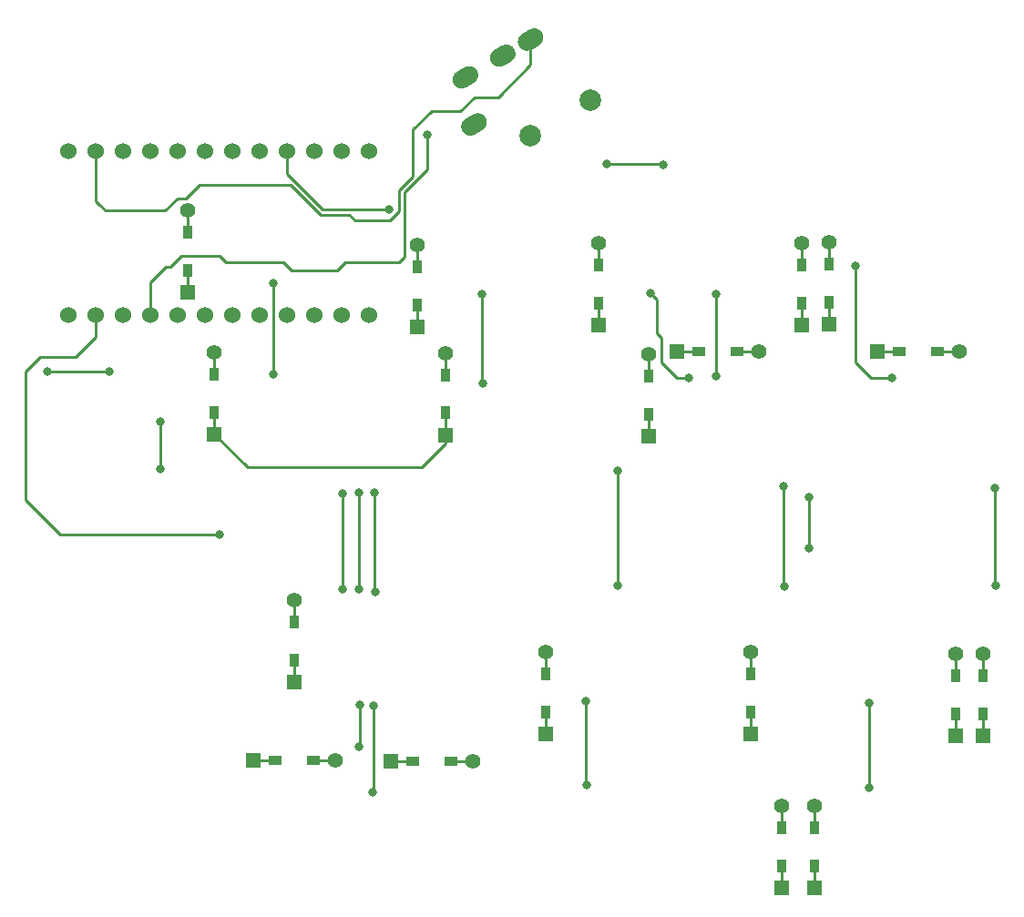
<source format=gbr>
G04 #@! TF.GenerationSoftware,KiCad,Pcbnew,(5.1.6-0-10_14)*
G04 #@! TF.CreationDate,2022-05-29T14:17:38+09:00*
G04 #@! TF.ProjectId,cool936,636f6f6c-3933-4362-9e6b-696361645f70,rev?*
G04 #@! TF.SameCoordinates,Original*
G04 #@! TF.FileFunction,Copper,L1,Top*
G04 #@! TF.FilePolarity,Positive*
%FSLAX46Y46*%
G04 Gerber Fmt 4.6, Leading zero omitted, Abs format (unit mm)*
G04 Created by KiCad (PCBNEW (5.1.6-0-10_14)) date 2022-05-29 14:17:38*
%MOMM*%
%LPD*%
G01*
G04 APERTURE LIST*
G04 #@! TA.AperFunction,SMDPad,CuDef*
%ADD10R,0.950000X1.300000*%
G04 #@! TD*
G04 #@! TA.AperFunction,ComponentPad*
%ADD11C,1.397000*%
G04 #@! TD*
G04 #@! TA.AperFunction,ComponentPad*
%ADD12R,1.397000X1.397000*%
G04 #@! TD*
G04 #@! TA.AperFunction,ComponentPad*
%ADD13C,1.524000*%
G04 #@! TD*
G04 #@! TA.AperFunction,SMDPad,CuDef*
%ADD14R,1.300000X0.950000*%
G04 #@! TD*
G04 #@! TA.AperFunction,ComponentPad*
%ADD15C,2.000000*%
G04 #@! TD*
G04 #@! TA.AperFunction,ViaPad*
%ADD16C,0.800000*%
G04 #@! TD*
G04 #@! TA.AperFunction,Conductor*
%ADD17C,0.250000*%
G04 #@! TD*
G04 APERTURE END LIST*
D10*
X70160000Y-40605000D03*
D11*
X70160000Y-38570000D03*
D12*
X70160000Y-46190000D03*
D10*
X70160000Y-44155000D03*
X58200000Y-2735000D03*
D11*
X58200000Y-700000D03*
D12*
X58200000Y-8320000D03*
D10*
X58200000Y-6285000D03*
D13*
X25772000Y7991400D03*
X28312000Y7991400D03*
X30852000Y7991400D03*
X33392000Y7991400D03*
X35932000Y7991400D03*
X38472000Y7991400D03*
X41012000Y7991400D03*
X43552000Y7991400D03*
X46092000Y7991400D03*
X48632000Y7991400D03*
X51172000Y7991400D03*
X53712000Y7991400D03*
X53712000Y-7228600D03*
X51172000Y-7228600D03*
X48632000Y-7228600D03*
X46092000Y-7228600D03*
X43552000Y-7228600D03*
X41012000Y-7228600D03*
X38472000Y-7228600D03*
X35932000Y-7228600D03*
X33392000Y-7228600D03*
X30852000Y-7228600D03*
X28312000Y-7228600D03*
X25772000Y-7228600D03*
G04 #@! TA.AperFunction,ComponentPad*
G36*
G01*
X69513526Y17822531D02*
X68820706Y17422531D01*
G75*
G02*
X67659584Y17733653I-425000J736122D01*
G01*
X67659584Y17733653D01*
G75*
G02*
X67970706Y18894775I736122J425000D01*
G01*
X68663526Y19294775D01*
G75*
G02*
X69824648Y18983653I425000J-736122D01*
G01*
X69824648Y18983653D01*
G75*
G02*
X69513526Y17822531I-736122J-425000D01*
G01*
G37*
G04 #@! TD.AperFunction*
G04 #@! TA.AperFunction,ComponentPad*
G36*
G01*
X66915450Y16322531D02*
X66222630Y15922531D01*
G75*
G02*
X65061508Y16233653I-425000J736122D01*
G01*
X65061508Y16233653D01*
G75*
G02*
X65372630Y17394775I736122J425000D01*
G01*
X66065450Y17794775D01*
G75*
G02*
X67226572Y17483653I425000J-736122D01*
G01*
X67226572Y17483653D01*
G75*
G02*
X66915450Y16322531I-736122J-425000D01*
G01*
G37*
G04 #@! TD.AperFunction*
G04 #@! TA.AperFunction,ComponentPad*
G36*
G01*
X63451348Y14322531D02*
X62758528Y13922531D01*
G75*
G02*
X61597406Y14233653I-425000J736122D01*
G01*
X61597406Y14233653D01*
G75*
G02*
X61908528Y15394775I736122J425000D01*
G01*
X62601348Y15794775D01*
G75*
G02*
X63762470Y15483653I425000J-736122D01*
G01*
X63762470Y15483653D01*
G75*
G02*
X63451348Y14322531I-736122J-425000D01*
G01*
G37*
G04 #@! TD.AperFunction*
G04 #@! TA.AperFunction,ComponentPad*
G36*
G01*
X64252310Y9935225D02*
X63559490Y9535225D01*
G75*
G02*
X62398368Y9846347I-425000J736122D01*
G01*
X62398368Y9846347D01*
G75*
G02*
X62709490Y11007469I736122J425000D01*
G01*
X63402310Y11407469D01*
G75*
G02*
X64563432Y11096347I425000J-736122D01*
G01*
X64563432Y11096347D01*
G75*
G02*
X64252310Y9935225I-736122J-425000D01*
G01*
G37*
G04 #@! TD.AperFunction*
D10*
X36880000Y435000D03*
D11*
X36880000Y2470000D03*
D12*
X36880000Y-5150000D03*
D10*
X36880000Y-3115000D03*
X79720000Y-12955000D03*
D11*
X79720000Y-10920000D03*
D12*
X79720000Y-18540000D03*
D10*
X79720000Y-16505000D03*
D14*
X61305000Y-48730000D03*
D11*
X63340000Y-48730000D03*
D12*
X55720000Y-48730000D03*
D14*
X57755000Y-48730000D03*
D10*
X96480000Y-2535000D03*
D11*
X96480000Y-500000D03*
D12*
X96480000Y-8120000D03*
D10*
X96480000Y-6085000D03*
X75040000Y-2595000D03*
D11*
X75040000Y-560000D03*
D12*
X75040000Y-8180000D03*
D10*
X75040000Y-6145000D03*
D14*
X102965000Y-10620000D03*
D12*
X100930000Y-10620000D03*
D11*
X108550000Y-10620000D03*
D14*
X106515000Y-10620000D03*
D10*
X46790000Y-35765000D03*
D11*
X46790000Y-33730000D03*
D12*
X46790000Y-41350000D03*
D10*
X46790000Y-39315000D03*
X95100000Y-54905000D03*
D11*
X95100000Y-52870000D03*
D12*
X95100000Y-60490000D03*
D10*
X95100000Y-58455000D03*
X92090000Y-54905000D03*
D11*
X92090000Y-52870000D03*
D12*
X92090000Y-60490000D03*
D10*
X92090000Y-58455000D03*
X89230000Y-40645000D03*
D11*
X89230000Y-38610000D03*
D12*
X89230000Y-46230000D03*
D10*
X89230000Y-44195000D03*
X108220000Y-40795000D03*
D11*
X108220000Y-38760000D03*
D12*
X108220000Y-46380000D03*
D10*
X108220000Y-44345000D03*
X110750000Y-44375000D03*
D12*
X110750000Y-46410000D03*
D11*
X110750000Y-38790000D03*
D10*
X110750000Y-40825000D03*
D14*
X87925000Y-10620000D03*
D11*
X89960000Y-10620000D03*
D12*
X82340000Y-10620000D03*
D14*
X84375000Y-10620000D03*
D10*
X93900000Y-2625000D03*
D11*
X93900000Y-590000D03*
D12*
X93900000Y-8210000D03*
D10*
X93900000Y-6175000D03*
D14*
X48555000Y-48660000D03*
D11*
X50590000Y-48660000D03*
D12*
X42970000Y-48660000D03*
D14*
X45005000Y-48660000D03*
D10*
X39350000Y-12745000D03*
D11*
X39350000Y-10710000D03*
D12*
X39350000Y-18330000D03*
D10*
X39350000Y-16295000D03*
D15*
X74324583Y12685000D03*
X68695417Y9435000D03*
D10*
X60810000Y-12805000D03*
D11*
X60810000Y-10770000D03*
D12*
X60810000Y-18390000D03*
D10*
X60810000Y-16355000D03*
D16*
X51270000Y-32720000D03*
X51230000Y-23860000D03*
X52790000Y-32720000D03*
X52870000Y-43480000D03*
X52820000Y-47370000D03*
X52790000Y-23800000D03*
X85960000Y-12940000D03*
X85960000Y-5340000D03*
X39810000Y-27680000D03*
X94640000Y-28970000D03*
X94640000Y-24170000D03*
X34320000Y-17200000D03*
X34320000Y-21550000D03*
X59140000Y9550000D03*
X23871000Y-12529000D03*
X29600000Y-12530000D03*
X44840000Y-12780000D03*
X54070000Y-51600000D03*
X54130000Y-43540000D03*
X54220000Y-23800000D03*
X54270000Y-32970000D03*
X44790000Y-4250000D03*
X55590000Y2540000D03*
X73960000Y-50910000D03*
X73900000Y-43150000D03*
X76800000Y-21700000D03*
X76870000Y-32410000D03*
X64290000Y-13600000D03*
X64220000Y-5290000D03*
X92240000Y-23210000D03*
X92300000Y-32490000D03*
X100240000Y-43320000D03*
X79900000Y-5250000D03*
X83420000Y-13130000D03*
X100240000Y-51190000D03*
X98950000Y-2670000D03*
X111940000Y-32410000D03*
X102290000Y-13110000D03*
X111920000Y-23310000D03*
X75850000Y6760000D03*
X81040000Y6730000D03*
D17*
X36880000Y2230000D02*
X36880000Y195000D01*
X36880000Y2470000D02*
X36880000Y435000D01*
X58200000Y-700000D02*
X58200000Y-2735000D01*
X75040000Y-560000D02*
X75040000Y-2595000D01*
X93900000Y-590000D02*
X93900000Y-2625000D01*
X96480000Y-500000D02*
X96480000Y-2535000D01*
X60810000Y-10770000D02*
X60810000Y-12805000D01*
X79720000Y-10920000D02*
X79720000Y-12955000D01*
X89960000Y-10620000D02*
X87925000Y-10620000D01*
X106515000Y-10620000D02*
X108550000Y-10620000D01*
X70160000Y-38570000D02*
X70160000Y-40605000D01*
X89230000Y-38610000D02*
X89230000Y-40645000D01*
X108220000Y-38760000D02*
X108220000Y-40795000D01*
X110750000Y-40825000D02*
X110750000Y-38790000D01*
X50590000Y-48660000D02*
X48555000Y-48660000D01*
X61305000Y-48730000D02*
X63340000Y-48730000D01*
X92090000Y-54905000D02*
X92090000Y-52870000D01*
X39350000Y-10710000D02*
X39350000Y-12745000D01*
X46790000Y-33730000D02*
X46790000Y-35765000D01*
X95100000Y-52870000D02*
X95100000Y-54905000D01*
X75040000Y-6145000D02*
X75040000Y-8180000D01*
X36880000Y-5150000D02*
X36880000Y-3115000D01*
X58200000Y-6285000D02*
X58200000Y-8320000D01*
X36880000Y-3355000D02*
X36880000Y-5390000D01*
X96480000Y-6085000D02*
X96480000Y-8120000D01*
X93900000Y-6175000D02*
X93900000Y-8210000D01*
X60810000Y-16355000D02*
X60810000Y-18390000D01*
X39350000Y-18330000D02*
X42445001Y-21425001D01*
X60810000Y-19230000D02*
X60810000Y-18390000D01*
X39350000Y-16295000D02*
X39350000Y-18330000D01*
X42445001Y-21425001D02*
X58614999Y-21425001D01*
X79720000Y-16505000D02*
X79720000Y-18540000D01*
X58614999Y-21425001D02*
X60810000Y-19230000D01*
X100930000Y-10620000D02*
X102965000Y-10620000D01*
X84375000Y-10620000D02*
X82340000Y-10620000D01*
X108220000Y-44345000D02*
X108220000Y-46380000D01*
X89230000Y-44195000D02*
X89230000Y-46230000D01*
X110750000Y-46410000D02*
X110750000Y-44375000D01*
X51270000Y-23900000D02*
X51230000Y-23860000D01*
X51270000Y-32720000D02*
X51270000Y-23900000D01*
X46790000Y-39315000D02*
X46790000Y-41350000D01*
X70160000Y-44155000D02*
X70160000Y-46190000D01*
X45005000Y-48660000D02*
X42970000Y-48660000D01*
X95100000Y-58455000D02*
X95100000Y-60490000D01*
X52790000Y-23800000D02*
X52790000Y-32720000D01*
X55720000Y-48730000D02*
X57755000Y-48730000D01*
X52870000Y-43480000D02*
X52870000Y-47320000D01*
X92090000Y-60490000D02*
X92090000Y-58455000D01*
X52870000Y-47320000D02*
X52820000Y-47370000D01*
X49203599Y2089991D02*
X46428589Y4865001D01*
X35942999Y3592999D02*
X34790000Y2440000D01*
X56529990Y2406988D02*
X55683002Y1560000D01*
X65732785Y13014999D02*
X63524999Y13014999D01*
X46428589Y4865001D02*
X38000219Y4865001D01*
X62220000Y11710000D02*
X59520000Y11710000D01*
X57790000Y9980000D02*
X57790000Y5616410D01*
X68742116Y16024330D02*
X65732785Y13014999D01*
X63524999Y13014999D02*
X62220000Y11710000D01*
X68742116Y18358653D02*
X68742116Y16024330D01*
X28312000Y3348000D02*
X28635000Y3025000D01*
X51880010Y2089990D02*
X49203599Y2089991D01*
X28635000Y3025000D02*
X28392000Y3268000D01*
X57790000Y5616410D02*
X56529990Y4356400D01*
X59520000Y11710000D02*
X57790000Y9980000D01*
X36728217Y3592999D02*
X35942999Y3592999D01*
X52410000Y1560000D02*
X51880010Y2089990D01*
X38000219Y4865001D02*
X36728217Y3592999D01*
X55683002Y1560000D02*
X52410000Y1560000D01*
X29220000Y2440000D02*
X28635000Y3025000D01*
X28312000Y7991400D02*
X28312000Y3348000D01*
X56529990Y4356400D02*
X56529990Y2406988D01*
X34790000Y2440000D02*
X29220000Y2440000D01*
X85960000Y-5340000D02*
X85960000Y-12940000D01*
X94640000Y-24170000D02*
X94640000Y-28970000D01*
X23190000Y-11170000D02*
X21820000Y-12540000D01*
X26470000Y-11170000D02*
X23190000Y-11170000D01*
X21820000Y-12540000D02*
X21820000Y-24450000D01*
X25050000Y-27680000D02*
X39810000Y-27680000D01*
X28312000Y-7228600D02*
X28312000Y-9328000D01*
X21820000Y-24450000D02*
X25050000Y-27680000D01*
X28312000Y-9328000D02*
X26470000Y-11170000D01*
X34320000Y-21550000D02*
X34320000Y-17200000D01*
X34110000Y-3510000D02*
X33472000Y-4148000D01*
X33392000Y-4228000D02*
X34110000Y-3510000D01*
X33392000Y-7228600D02*
X33392000Y-4228000D01*
X59140000Y6330000D02*
X59140000Y9550000D01*
X56980000Y4170000D02*
X59140000Y6330000D01*
X56980000Y-1820000D02*
X56980000Y4170000D01*
X50767802Y-3090000D02*
X51538901Y-2318901D01*
X46550000Y-3090000D02*
X50767802Y-3090000D01*
X51538901Y-2318901D02*
X56481099Y-2318901D01*
X45778901Y-2318901D02*
X46550000Y-3090000D01*
X40398901Y-2318901D02*
X45778901Y-2318901D01*
X56481099Y-2318901D02*
X56980000Y-1820000D01*
X34110000Y-3510000D02*
X34820000Y-2800000D01*
X39800000Y-1720000D02*
X40398901Y-2318901D01*
X34820000Y-2800000D02*
X35220000Y-2800000D01*
X36300000Y-1720000D02*
X39800000Y-1720000D01*
X35220000Y-2800000D02*
X36300000Y-1720000D01*
X23872000Y-12530000D02*
X23871000Y-12529000D01*
X29600000Y-12530000D02*
X23872000Y-12530000D01*
X44810000Y-9620000D02*
X44810000Y-12750000D01*
X44810000Y-12750000D02*
X44840000Y-12780000D01*
X54130000Y-43540000D02*
X54130000Y-51540000D01*
X54130000Y-51540000D02*
X54070000Y-51600000D01*
X44810000Y-9620000D02*
X44810000Y-4990000D01*
X54220000Y-23800000D02*
X54220000Y-32920000D01*
X54220000Y-32920000D02*
X54270000Y-32970000D01*
X44810000Y-4990000D02*
X44810000Y-4270000D01*
X44810000Y-4270000D02*
X44790000Y-4250000D01*
X76800000Y-21700000D02*
X76800000Y-32340000D01*
X73900000Y-43150000D02*
X73900000Y-50850000D01*
X49390000Y2540000D02*
X46355000Y5575000D01*
X64220000Y-13530000D02*
X64290000Y-13600000D01*
X55590000Y2540000D02*
X49390000Y2540000D01*
X46092000Y7991400D02*
X46092000Y5838000D01*
X76800000Y-21700000D02*
X76800000Y-23120000D01*
X76800000Y-32340000D02*
X76870000Y-32410000D01*
X46355000Y5575000D02*
X46172000Y5758000D01*
X46092000Y5838000D02*
X46355000Y5575000D01*
X64220000Y-5290000D02*
X64220000Y-13530000D01*
X73900000Y-50850000D02*
X73960000Y-50910000D01*
X100240000Y-43320000D02*
X100240000Y-51190000D01*
X92240000Y-32430000D02*
X92300000Y-32490000D01*
X92240000Y-23210000D02*
X92240000Y-32430000D01*
X80490000Y-5840000D02*
X79900000Y-5250000D01*
X80490000Y-8950000D02*
X80490000Y-5840000D01*
X80895000Y-11665000D02*
X80895000Y-9355000D01*
X82360000Y-13130000D02*
X80895000Y-11665000D01*
X80895000Y-9355000D02*
X80490000Y-8950000D01*
X83420000Y-13130000D02*
X82360000Y-13130000D01*
X98950000Y-11660000D02*
X100400000Y-13110000D01*
X81010000Y6760000D02*
X81040000Y6730000D01*
X75850000Y6760000D02*
X81010000Y6760000D01*
X111920000Y-32390000D02*
X111940000Y-32410000D01*
X111920000Y-23310000D02*
X111920000Y-32390000D01*
X98950000Y-5330000D02*
X98950000Y-2670000D01*
X98950000Y-5330000D02*
X98950000Y-11660000D01*
X100400000Y-13110000D02*
X102290000Y-13110000D01*
M02*

</source>
